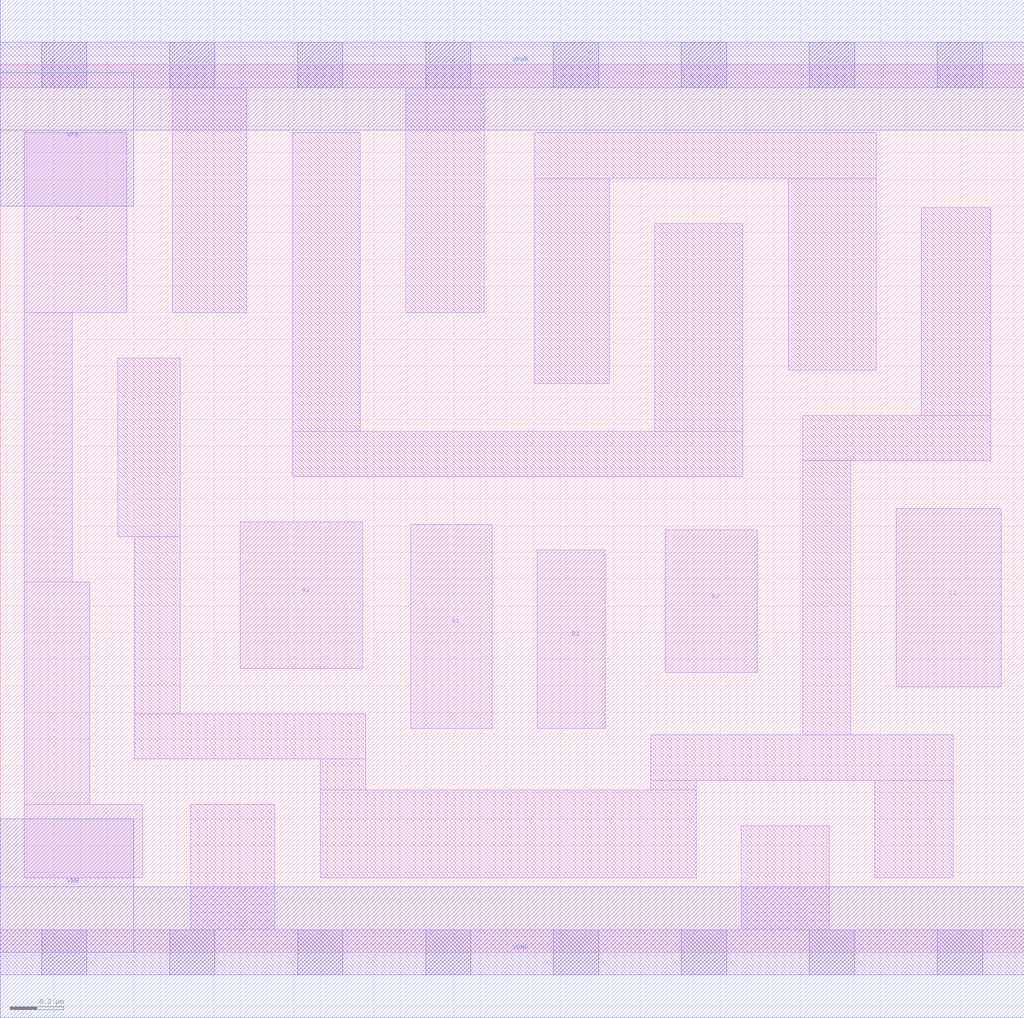
<source format=lef>
# Copyright 2020 The SkyWater PDK Authors
#
# Licensed under the Apache License, Version 2.0 (the "License");
# you may not use this file except in compliance with the License.
# You may obtain a copy of the License at
#
#     https://www.apache.org/licenses/LICENSE-2.0
#
# Unless required by applicable law or agreed to in writing, software
# distributed under the License is distributed on an "AS IS" BASIS,
# WITHOUT WARRANTIES OR CONDITIONS OF ANY KIND, either express or implied.
# See the License for the specific language governing permissions and
# limitations under the License.
#
# SPDX-License-Identifier: Apache-2.0

VERSION 5.5 ;
NAMESCASESENSITIVE ON ;
BUSBITCHARS "[]" ;
DIVIDERCHAR "/" ;
MACRO sky130_fd_sc_lp__a221o_0
  CLASS CORE ;
  SOURCE USER ;
  ORIGIN  0.000000  0.000000 ;
  SIZE  3.840000 BY  3.330000 ;
  SYMMETRY X Y R90 ;
  SITE unit ;
  PIN A1
    ANTENNAGATEAREA  0.159000 ;
    DIRECTION INPUT ;
    USE SIGNAL ;
    PORT
      LAYER li1 ;
        RECT 1.540000 0.840000 1.845000 1.605000 ;
    END
  END A1
  PIN A2
    ANTENNAGATEAREA  0.159000 ;
    DIRECTION INPUT ;
    USE SIGNAL ;
    PORT
      LAYER li1 ;
        RECT 0.900000 1.065000 1.360000 1.615000 ;
    END
  END A2
  PIN B1
    ANTENNAGATEAREA  0.159000 ;
    DIRECTION INPUT ;
    USE SIGNAL ;
    PORT
      LAYER li1 ;
        RECT 2.015000 0.840000 2.270000 1.510000 ;
    END
  END B1
  PIN B2
    ANTENNAGATEAREA  0.159000 ;
    DIRECTION INPUT ;
    USE SIGNAL ;
    PORT
      LAYER li1 ;
        RECT 2.495000 1.050000 2.840000 1.585000 ;
    END
  END B2
  PIN C1
    ANTENNAGATEAREA  0.159000 ;
    DIRECTION INPUT ;
    USE SIGNAL ;
    PORT
      LAYER li1 ;
        RECT 3.360000 0.995000 3.755000 1.665000 ;
    END
  END C1
  PIN X
    ANTENNADIFFAREA  0.280900 ;
    DIRECTION OUTPUT ;
    USE SIGNAL ;
    PORT
      LAYER li1 ;
        RECT 0.090000 0.280000 0.535000 0.555000 ;
        RECT 0.090000 0.555000 0.335000 1.390000 ;
        RECT 0.090000 1.390000 0.270000 2.400000 ;
        RECT 0.090000 2.400000 0.475000 3.075000 ;
    END
  END X
  PIN VGND
    DIRECTION INOUT ;
    USE GROUND ;
    PORT
      LAYER met1 ;
        RECT 0.000000 -0.245000 3.840000 0.245000 ;
    END
  END VGND
  PIN VNB
    DIRECTION INOUT ;
    USE GROUND ;
    PORT
    END
  END VNB
  PIN VPB
    DIRECTION INOUT ;
    USE POWER ;
    PORT
    END
  END VPB
  PIN VNB
    DIRECTION INOUT ;
    USE GROUND ;
    PORT
      LAYER met1 ;
        RECT 0.000000 0.000000 0.500000 0.500000 ;
    END
  END VNB
  PIN VPB
    DIRECTION INOUT ;
    USE POWER ;
    PORT
      LAYER met1 ;
        RECT 0.000000 2.800000 0.500000 3.300000 ;
    END
  END VPB
  PIN VPWR
    DIRECTION INOUT ;
    USE POWER ;
    PORT
      LAYER met1 ;
        RECT 0.000000 3.085000 3.840000 3.575000 ;
    END
  END VPWR
  OBS
    LAYER li1 ;
      RECT 0.000000 -0.085000 3.840000 0.085000 ;
      RECT 0.000000  3.245000 3.840000 3.415000 ;
      RECT 0.440000  1.560000 0.675000 2.230000 ;
      RECT 0.505000  0.725000 1.370000 0.895000 ;
      RECT 0.505000  0.895000 0.675000 1.560000 ;
      RECT 0.645000  2.400000 0.925000 3.245000 ;
      RECT 0.715000  0.085000 1.030000 0.555000 ;
      RECT 1.095000  1.785000 2.785000 1.955000 ;
      RECT 1.095000  1.955000 1.350000 3.075000 ;
      RECT 1.200000  0.280000 2.610000 0.610000 ;
      RECT 1.200000  0.610000 1.370000 0.725000 ;
      RECT 1.520000  2.400000 1.815000 3.245000 ;
      RECT 2.005000  2.135000 2.285000 2.905000 ;
      RECT 2.005000  2.905000 3.285000 3.075000 ;
      RECT 2.440000  0.610000 2.610000 0.645000 ;
      RECT 2.440000  0.645000 3.575000 0.815000 ;
      RECT 2.455000  1.955000 2.785000 2.735000 ;
      RECT 2.780000  0.085000 3.110000 0.475000 ;
      RECT 2.955000  2.185000 3.285000 2.905000 ;
      RECT 3.010000  0.815000 3.190000 1.845000 ;
      RECT 3.010000  1.845000 3.715000 2.015000 ;
      RECT 3.280000  0.280000 3.575000 0.645000 ;
      RECT 3.455000  2.015000 3.715000 2.795000 ;
    LAYER mcon ;
      RECT 0.155000 -0.085000 0.325000 0.085000 ;
      RECT 0.155000  3.245000 0.325000 3.415000 ;
      RECT 0.635000 -0.085000 0.805000 0.085000 ;
      RECT 0.635000  3.245000 0.805000 3.415000 ;
      RECT 1.115000 -0.085000 1.285000 0.085000 ;
      RECT 1.115000  3.245000 1.285000 3.415000 ;
      RECT 1.595000 -0.085000 1.765000 0.085000 ;
      RECT 1.595000  3.245000 1.765000 3.415000 ;
      RECT 2.075000 -0.085000 2.245000 0.085000 ;
      RECT 2.075000  3.245000 2.245000 3.415000 ;
      RECT 2.555000 -0.085000 2.725000 0.085000 ;
      RECT 2.555000  3.245000 2.725000 3.415000 ;
      RECT 3.035000 -0.085000 3.205000 0.085000 ;
      RECT 3.035000  3.245000 3.205000 3.415000 ;
      RECT 3.515000 -0.085000 3.685000 0.085000 ;
      RECT 3.515000  3.245000 3.685000 3.415000 ;
  END
END sky130_fd_sc_lp__a221o_0
END LIBRARY

</source>
